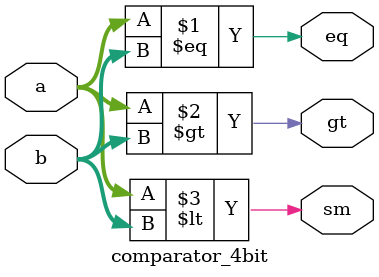
<source format=v>
`timescale 1ns / 1ps


module comparator_4bit(eq, gt, sm, a, b);
input [3:0]a, b;
output eq, gt, sm;

    assign eq = (a==b);
    assign gt = (a>b);
    assign sm = (a<b);

endmodule
</source>
